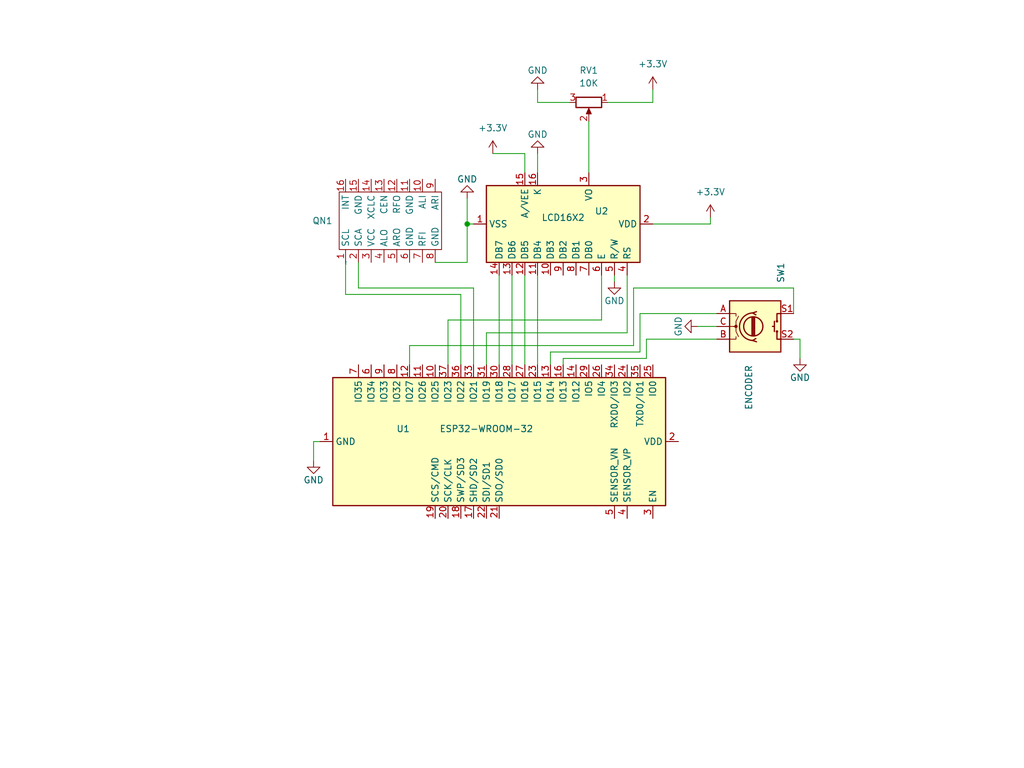
<source format=kicad_sch>
(kicad_sch (version 20230121) (generator eeschema)
  (paper "User" 203.2 152.4)
  (title_block (title "ESP32 WITH  LCD16x2, ENCODER AND QN8066") (company "Ricardo Lima Caratti"))
  (lib_symbols
    (symbol "Device:R_Potentiometer" (pin_names (offset 1.016) hide)
      (property "Reference" "RV" (at -4.445 0 90))
      (property "Value" "R_Potentiometer" (at -2.54 0 90))
      (symbol "R_Potentiometer_0_1"
        (polyline (pts (xy 2.54 0) (xy 1.524 0)))
        (polyline (pts (xy 1.143 0) (xy 2.286 0.508) (xy 2.286 -0.508) (xy 1.143 0)) (fill (type outline)))
        (rectangle (start 1.016 2.54) (end -1.016 -2.54) (stroke (width 0.254)))
      )
      (symbol "R_Potentiometer_1_1"
        (pin passive line (at 0 3.81 270) (length 1.27) (name "1") (number "1"))
        (pin passive line (at 3.81 0 180) (length 1.27) (name "2") (number "2"))
        (pin passive line (at 0 -3.81 90) (length 1.27) (name "3") (number "3"))
      )
    )
    (symbol "Device:RotaryEncoder_Switch" (pin_names (offset 0.254) hide)
      (property "Reference" "SW" (at 0 6.604 0))
      (property "Value" "RotaryEncoder_Switch" (at 0 -6.604 0))
      (symbol "RotaryEncoder_Switch_0_1"
        (rectangle (start -5.08 5.08) (end 5.08 -5.08) (stroke (width 0.254)) (fill (type background)))
        (circle (center -3.81 0) (radius 0.254) (fill (type outline)))
        (circle (center -0.381 0) (radius 1.905) (stroke (width 0.254)))
        (arc (start -0.381 2.667) (mid -3.0988 -0.0635) (end -0.381 -2.794) (stroke (width 0.254)))
        (polyline (pts (xy -0.635 -1.778) (xy -0.635 1.778)) (stroke (width 0.254)))
        (polyline (pts (xy -0.381 -1.778) (xy -0.381 1.778)) (stroke (width 0.254)))
        (polyline (pts (xy -0.127 1.778) (xy -0.127 -1.778)) (stroke (width 0.254)))
        (polyline (pts (xy 3.81 0) (xy 3.429 0)) (stroke (width 0.254)))
        (polyline (pts (xy 3.81 1.016) (xy 3.81 -1.016)) (stroke (width 0.254)))
        (polyline (pts (xy -5.08 -2.54) (xy -3.81 -2.54) (xy -3.81 -2.032)))
        (polyline (pts (xy -5.08 2.54) (xy -3.81 2.54) (xy -3.81 2.032)))
        (polyline (pts (xy 0.254 -3.048) (xy -0.508 -2.794) (xy 0.127 -2.413)) (stroke (width 0.254)))
        (polyline (pts (xy 0.254 2.921) (xy -0.508 2.667) (xy 0.127 2.286)) (stroke (width 0.254)))
        (polyline (pts (xy 5.08 -2.54) (xy 4.318 -2.54) (xy 4.318 -1.016)) (stroke (width 0.254)))
        (polyline (pts (xy 5.08 2.54) (xy 4.318 2.54) (xy 4.318 1.016)) (stroke (width 0.254)))
        (polyline (pts (xy -5.08 0) (xy -3.81 0) (xy -3.81 -1.016) (xy -3.302 -2.032)))
        (polyline (pts (xy -4.318 0) (xy -3.81 0) (xy -3.81 1.016) (xy -3.302 2.032)))
        (circle (center 4.318 -1.016) (radius 0.127) (stroke (width 0.254)))
        (circle (center 4.318 1.016) (radius 0.127) (stroke (width 0.254)))
      )
      (symbol "RotaryEncoder_Switch_1_1"
        (pin passive line (at -7.62 2.54 0) (length 2.54) (name "A") (number "A"))
        (pin passive line (at -7.62 -2.54 0) (length 2.54) (name "B") (number "B"))
        (pin passive line (at -7.62 0 0) (length 2.54) (name "C") (number "C"))
        (pin passive line (at 7.62 2.54 180) (length 2.54) (name "S1") (number "S1"))
        (pin passive line (at 7.62 -2.54 180) (length 2.54) (name "S2") (number "S2"))
      )
    )
    (symbol "Display_Character:RC1602A"
      (property "Reference" "U" (at -6.35 16.51 0))
      (property "Value" "RC1602A" (at 2.794 16.51 0))
      (symbol "RC1602A_0_1"
        (rectangle (start -7.62 15.24) (end 7.62 -15.24) (stroke (width 0.254)) (fill (type background)))
      )
      (symbol "RC1602A_1_1"
        (pin power_in line (at 0 -17.78 90) (length 2.54) (name "VSS") (number "1"))
        (pin bidirectional line (at -10.16 -2.54 0) (length 2.54) (name "DB3") (number "10"))
        (pin bidirectional line (at -10.16 -5.08 0) (length 2.54) (name "DB4") (number "11"))
        (pin bidirectional line (at -10.16 -7.62 0) (length 2.54) (name "DB5") (number "12"))
        (pin bidirectional line (at -10.16 -10.16 0) (length 2.54) (name "DB6") (number "13"))
        (pin bidirectional line (at -10.16 -12.7 0) (length 2.54) (name "DB7") (number "14"))
        (pin power_in line (at 10.16 -7.62 180) (length 2.54) (name "A/VEE") (number "15"))
        (pin power_in line (at 10.16 -5.08 180) (length 2.54) (name "K") (number "16"))
        (pin power_in line (at 0 17.78 270) (length 2.54) (name "VDD") (number "2"))
        (pin power_in line (at 10.16 5.08 180) (length 2.54) (name "VO") (number "3"))
        (pin input line (at -10.16 12.7 0) (length 2.54) (name "RS") (number "4"))
        (pin input line (at -10.16 10.16 0) (length 2.54) (name "R/W") (number "5"))
        (pin input line (at -10.16 7.62 0) (length 2.54) (name "E") (number "6"))
        (pin bidirectional line (at -10.16 5.08 0) (length 2.54) (name "DB0") (number "7"))
        (pin bidirectional line (at -10.16 2.54 0) (length 2.54) (name "DB1") (number "8"))
        (pin bidirectional line (at -10.16 0 0) (length 2.54) (name "DB2") (number "9"))
      )
    )
    (symbol "QN8066:QN8066"
      (property "Reference" "QN8066" (at 0 15.24 0))
      (symbol "QN8066_0_1"
        (rectangle (start -6.35 13.97) (end 5.08 -6.35))
      )
      (symbol "QN8066_1_1"
        (pin input line (at -8.89 12.7 0) (length 2.54) (name "SCL") (number "1"))
        (pin input line (at 7.62 -2.54 180) (length 2.54) (name "ALI") (number "10"))
        (pin passive line (at 7.62 0 180) (length 2.54) (name "GND") (number "11"))
        (pin output line (at 7.62 2.54 180) (length 2.54) (name "RFO") (number "12"))
        (pin input line (at 7.62 5.08 180) (length 2.54) (name "CEN") (number "13"))
        (pin input line (at 7.62 7.62 180) (length 2.54) (name "XCLC") (number "14"))
        (pin passive line (at 7.62 10.16 180) (length 2.54) (name "GND") (number "15"))
        (pin output line (at 7.62 12.7 180) (length 2.54) (name "INT") (number "16"))
        (pin bidirectional line (at -8.89 10.16 0) (length 2.54) (name "SCA") (number "2"))
        (pin power_in line (at -8.89 7.62 0) (length 2.54) (name "VCC") (number "3"))
        (pin output line (at -8.89 5.08 0) (length 2.54) (name "ALO") (number "4"))
        (pin output line (at -8.89 2.54 0) (length 2.54) (name "ARO") (number "5"))
        (pin passive line (at -8.89 0 0) (length 2.54) (name "GND") (number "6"))
        (pin input line (at -8.89 -2.54 0) (length 2.54) (name "RFI") (number "7"))
        (pin passive line (at -8.89 -5.08 0) (length 2.54) (name "GND") (number "8"))
        (pin input line (at 7.62 -5.08 180) (length 2.54) (name "ARI") (number "9"))
      )
    )
    (symbol "RF_Module:ESP32-WROOM-32"
      (property "Reference" "U" (at -12.7 34.29 0))
      (property "Value" "ESP32-WROOM-32" (at 1.27 34.29 0))
      (symbol "ESP32-WROOM-32_0_1"
        (rectangle (start -12.7 33.02) (end 12.7 -33.02) (stroke (width 0.254)) (fill (type background)))
      )
      (symbol "ESP32-WROOM-32_1_1"
        (pin power_in line (at 0 -35.56 90) (length 2.54) (name "GND") (number "1"))
        (pin bidirectional line (at 15.24 -12.7 180) (length 2.54) (name "IO25") (number "10"))
        (pin bidirectional line (at 15.24 -15.24 180) (length 2.54) (name "IO26") (number "11"))
        (pin bidirectional line (at 15.24 -17.78 180) (length 2.54) (name "IO27") (number "12"))
        (pin bidirectional line (at 15.24 10.16 180) (length 2.54) (name "IO14") (number "13"))
        (pin bidirectional line (at 15.24 15.24 180) (length 2.54) (name "IO12") (number "14"))
        (pin passive line (at 0 -35.56 90) (length 2.54) hide (name "GND") (number "15"))
        (pin bidirectional line (at 15.24 12.7 180) (length 2.54) (name "IO13") (number "16"))
        (pin bidirectional line (at -15.24 -5.08 0) (length 2.54) (name "SHD/SD2") (number "17"))
        (pin bidirectional line (at -15.24 -7.62 0) (length 2.54) (name "SWP/SD3") (number "18"))
        (pin bidirectional line (at -15.24 -12.7 0) (length 2.54) (name "SCS/CMD") (number "19"))
        (pin power_in line (at 0 35.56 270) (length 2.54) (name "VDD") (number "2"))
        (pin bidirectional line (at -15.24 -10.16 0) (length 2.54) (name "SCK/CLK") (number "20"))
        (pin bidirectional line (at -15.24 0 0) (length 2.54) (name "SDO/SD0") (number "21"))
        (pin bidirectional line (at -15.24 -2.54 0) (length 2.54) (name "SDI/SD1") (number "22"))
        (pin bidirectional line (at 15.24 7.62 180) (length 2.54) (name "IO15") (number "23"))
        (pin bidirectional line (at 15.24 25.4 180) (length 2.54) (name "IO2") (number "24"))
        (pin bidirectional line (at 15.24 30.48 180) (length 2.54) (name "IO0") (number "25"))
        (pin bidirectional line (at 15.24 20.32 180) (length 2.54) (name "IO4") (number "26"))
        (pin bidirectional line (at 15.24 5.08 180) (length 2.54) (name "IO16") (number "27"))
        (pin bidirectional line (at 15.24 2.54 180) (length 2.54) (name "IO17") (number "28"))
        (pin bidirectional line (at 15.24 17.78 180) (length 2.54) (name "IO5") (number "29"))
        (pin input line (at -15.24 30.48 0) (length 2.54) (name "EN") (number "3"))
        (pin bidirectional line (at 15.24 0 180) (length 2.54) (name "IO18") (number "30"))
        (pin bidirectional line (at 15.24 -2.54 180) (length 2.54) (name "IO19") (number "31"))
        (pin no_connect line (at -12.7 -27.94 0) (length 2.54) hide (name "NC") (number "32"))
        (pin bidirectional line (at 15.24 -5.08 180) (length 2.54) (name "IO21") (number "33"))
        (pin bidirectional line (at 15.24 22.86 180) (length 2.54) (name "RXD0/IO3") (number "34"))
        (pin bidirectional line (at 15.24 27.94 180) (length 2.54) (name "TXD0/IO1") (number "35"))
        (pin bidirectional line (at 15.24 -7.62 180) (length 2.54) (name "IO22") (number "36"))
        (pin bidirectional line (at 15.24 -10.16 180) (length 2.54) (name "IO23") (number "37"))
        (pin passive line (at 0 -35.56 90) (length 2.54) hide (name "GND") (number "38"))
        (pin passive line (at 0 -35.56 90) (length 2.54) hide (name "GND") (number "39"))
        (pin input line (at -15.24 25.4 0) (length 2.54) (name "SENSOR_VP") (number "4"))
        (pin input line (at -15.24 22.86 0) (length 2.54) (name "SENSOR_VN") (number "5"))
        (pin input line (at 15.24 -25.4 180) (length 2.54) (name "IO34") (number "6"))
        (pin input line (at 15.24 -27.94 180) (length 2.54) (name "IO35") (number "7"))
        (pin bidirectional line (at 15.24 -20.32 180) (length 2.54) (name "IO32") (number "8"))
        (pin bidirectional line (at 15.24 -22.86 180) (length 2.54) (name "IO33") (number "9"))
      )
    )
    (symbol "power:+3.3V" (power) (pin_names (offset 0))
      (property "Value" "+3.3V" (at 0 3.556 0))
      (symbol "+3.3V_0_1"
        (polyline (pts (xy -0.762 1.27) (xy 0 2.54)))
        (polyline (pts (xy 0 0) (xy 0 2.54)))
        (polyline (pts (xy 0 2.54) (xy 0.762 1.27)))
      )
      (symbol "+3.3V_1_1"
        (pin power_in line (at 0 0 90) (length 0) hide (name "+3.3V") (number "1"))
      )
    )
    (symbol "power:GND" (power) (pin_names (offset 0))
      (property "Value" "GND" (at 0 -3.81 0))
      (symbol "GND_0_1"
        (polyline (pts (xy 0 0) (xy 0 -1.27) (xy 1.27 -1.27) (xy 0 -2.54) (xy -1.27 -1.27) (xy 0 -1.27)))
      )
      (symbol "GND_1_1"
        (pin power_in line (at 0 0 270) (length 0) hide (name "GND") (number "1"))
      )
    )
  )
  (junction (at 92.71 44.45))
  (wire (pts (xy 129.54 44.45) (xy 140.97 44.45)))
  (wire (pts (xy 109.22 69.85) (xy 127 69.85)))
  (wire (pts (xy 121.92 54.61) (xy 121.92 55.88)))
  (wire (pts (xy 142.24 67.31) (xy 128.27 67.31)))
  (wire (pts (xy 88.9 72.39) (xy 88.9 63.5)))
  (wire (pts (xy 129.54 17.78) (xy 129.54 20.32)))
  (wire (pts (xy 92.71 52.07) (xy 92.71 44.45)))
  (wire (pts (xy 96.52 66.04) (xy 96.52 72.39)))
  (wire (pts (xy 71.12 52.07) (xy 71.12 57.15)))
  (wire (pts (xy 99.06 54.61) (xy 99.06 72.39)))
  (wire (pts (xy 101.6 54.61) (xy 101.6 72.39)))
  (wire (pts (xy 106.68 17.78) (xy 106.68 20.32)))
  (wire (pts (xy 158.75 67.31) (xy 158.75 71.12)))
  (wire (pts (xy 157.48 62.23) (xy 157.48 57.15)))
  (wire (pts (xy 120.65 20.32) (xy 129.54 20.32)))
  (wire (pts (xy 128.27 71.12) (xy 111.76 71.12)))
  (wire (pts (xy 104.14 54.61) (xy 104.14 72.39)))
  (wire (pts (xy 68.58 52.07) (xy 68.58 58.42)))
  (wire (pts (xy 127 62.23) (xy 142.24 62.23)))
  (wire (pts (xy 124.46 54.61) (xy 124.46 66.04)))
  (wire (pts (xy 62.23 91.44) (xy 62.23 87.63)))
  (wire (pts (xy 116.84 24.13) (xy 116.84 34.29)))
  (wire (pts (xy 138.43 64.77) (xy 142.24 64.77)))
  (wire (pts (xy 92.71 39.37) (xy 92.71 44.45)))
  (wire (pts (xy 97.79 30.48) (xy 104.14 30.48)))
  (wire (pts (xy 91.44 58.42) (xy 91.44 72.39)))
  (wire (pts (xy 86.36 52.07) (xy 92.71 52.07)))
  (wire (pts (xy 124.46 66.04) (xy 96.52 66.04)))
  (wire (pts (xy 106.68 54.61) (xy 106.68 72.39)))
  (wire (pts (xy 71.12 57.15) (xy 93.98 57.15)))
  (wire (pts (xy 92.71 44.45) (xy 93.98 44.45)))
  (wire (pts (xy 125.73 57.15) (xy 125.73 68.58)))
  (wire (pts (xy 106.68 30.48) (xy 106.68 34.29)))
  (wire (pts (xy 125.73 68.58) (xy 81.28 68.58)))
  (wire (pts (xy 62.23 87.63) (xy 63.5 87.63)))
  (wire (pts (xy 68.58 58.42) (xy 91.44 58.42)))
  (wire (pts (xy 109.22 72.39) (xy 109.22 69.85)))
  (wire (pts (xy 128.27 67.31) (xy 128.27 71.12)))
  (wire (pts (xy 113.03 20.32) (xy 106.68 20.32)))
  (wire (pts (xy 88.9 63.5) (xy 119.38 63.5)))
  (wire (pts (xy 81.28 68.58) (xy 81.28 72.39)))
  (wire (pts (xy 119.38 63.5) (xy 119.38 54.61)))
  (wire (pts (xy 127 69.85) (xy 127 62.23)))
  (wire (pts (xy 157.48 57.15) (xy 125.73 57.15)))
  (wire (pts (xy 104.14 34.29) (xy 104.14 30.48)))
  (wire (pts (xy 157.48 67.31) (xy 158.75 67.31)))
  (wire (pts (xy 93.98 57.15) (xy 93.98 72.39)))
  (wire (pts (xy 111.76 71.12) (xy 111.76 72.39)))
  (wire (pts (xy 140.97 44.45) (xy 140.97 43.18)))
  (symbol (lib_id "power:+3.3V") (at 140.97 43.18 0) (unit 1)
    (property "Reference" "#PWR03" (effects hide))
    (property "Value" "+3.3V" (at 140.97 38.1 0))
  )
  (symbol (lib_id "Display_Character:RC1602A") (at 111.76 44.45 270) (mirror x) (unit 1)
    (property "Reference" "U2" (at 119.38 41.91 90))
    (property "Value" "LCD16X2" (at 111.76 43.18 90))
    (property "Footprint" "Display:RC1602A" (effects hide))
    (property "Datasheet" "http://www.raystar-optronics.com/down.php?ProID=18" (effects hide))
  )
  (symbol (lib_id "power:+3.3V") (at 129.54 17.78 0) (unit 1)
    (property "Reference" "#PWR04" (effects hide))
    (property "Value" "+3.3V" (at 129.54 12.7 0))
  )
  (symbol (lib_id "power:GND") (at 158.75 71.12 0) (unit 1)
    (property "Reference" "#PWR09" (effects hide))
    (property "Value" "GND" (at 158.75 74.93 0))
  )
  (symbol (lib_id "Device:RotaryEncoder_Switch") (at 149.86 64.77 0) (unit 1)
    (property "Reference" "SW1" (at 154.94 52.07 90) (effects (justify right)))
    (property "Value" "ENCODER" (at 148.59 72.39 90) (effects (justify right)))
  )
  (symbol (lib_id "power:GND") (at 106.68 30.48 180) (unit 1)
    (property "Reference" "#PWR06" (effects hide))
    (property "Value" "GND" (at 106.68 26.67 0))
  )
  (symbol (lib_id "power:GND") (at 138.43 64.77 270) (unit 1)
    (property "Reference" "#PWR08" (effects hide))
    (property "Value" "GND" (at 134.62 64.77 0))
  )
  (symbol (lib_id "power:GND") (at 92.71 39.37 180) (unit 1)
    (property "Reference" "#PWR02" (effects hide))
    (property "Value" "GND" (at 92.71 35.56 0))
  )
  (symbol (lib_id "power:GND") (at 106.68 17.78 180) (unit 1)
    (property "Reference" "#PWR05" (effects hide))
    (property "Value" "GND" (at 106.68 13.97 0))
  )
  (symbol (lib_id "QN8066:QN8066") (at 81.28 43.18 90) (unit 1)
    (property "Reference" "QN1" (at 66.04 43.815 90) (effects (justify left)))
    (property "Value" "~" (at 68.58 52.07 0))
  )
  (symbol (lib_id "power:+3.3V") (at 97.79 30.48 0) (unit 1)
    (property "Reference" "#PWR07" (effects hide))
    (property "Value" "+3.3V" (at 97.79 25.4 0))
  )
  (symbol (lib_id "power:GND") (at 121.92 55.88 0) (unit 1)
    (property "Reference" "#PWR01" (effects hide))
    (property "Value" "GND" (at 121.92 59.69 0))
  )
  (symbol (lib_id "Device:R_Potentiometer") (at 116.84 20.32 270) (unit 1)
    (property "Reference" "RV1" (at 116.84 13.97 90))
    (property "Value" "10K" (at 116.84 16.51 90))
  )
  (symbol (lib_id "power:GND") (at 62.23 91.44 0) (unit 1)
    (property "Reference" "#PWR010" (effects hide))
    (property "Value" "GND" (at 62.23 95.25 0))
  )
  (symbol (lib_id "RF_Module:ESP32-WROOM-32") (at 99.06 87.63 270) (mirror x) (unit 1)
    (property "Reference" "U1" (at 80.01 85.09 90))
    (property "Value" "ESP32-WROOM-32" (at 96.52 85.09 90))
    (property "Footprint" "RF_Module:ESP32-WROOM-32" (effects hide))
    (property "Datasheet" "https://www.espressif.com/sites/default/files/documentation/esp32-wroom-32_datasheet_en.pdf" (effects hide))
  )
)
</source>
